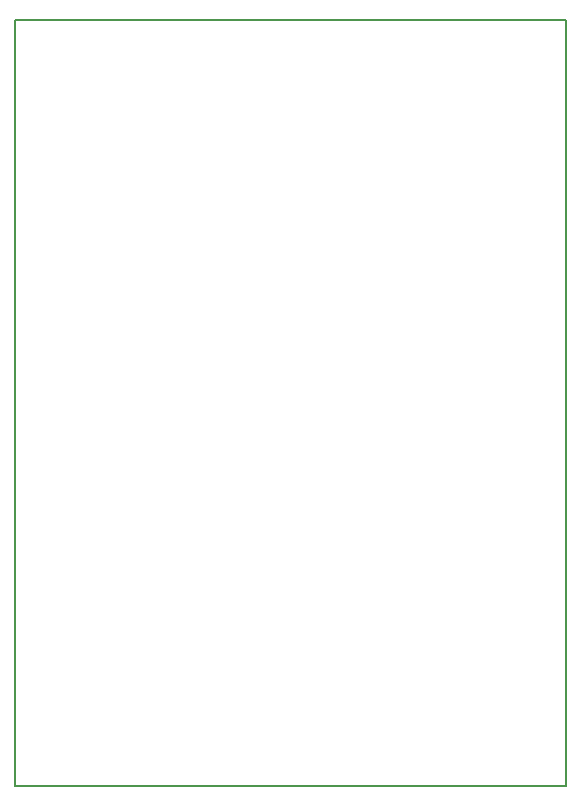
<source format=gbo>
G04 MADE WITH FRITZING*
G04 WWW.FRITZING.ORG*
G04 DOUBLE SIDED*
G04 HOLES PLATED*
G04 CONTOUR ON CENTER OF CONTOUR VECTOR*
%ASAXBY*%
%FSLAX23Y23*%
%MOIN*%
%OFA0B0*%
%SFA1.0B1.0*%
%ADD10R,1.844110X2.559060X1.828110X2.543060*%
%ADD11C,0.008000*%
%LNSILK0*%
G90*
G70*
G54D11*
X4Y2555D02*
X1840Y2555D01*
X1840Y4D01*
X4Y4D01*
X4Y2555D01*
D02*
G04 End of Silk0*
M02*
</source>
